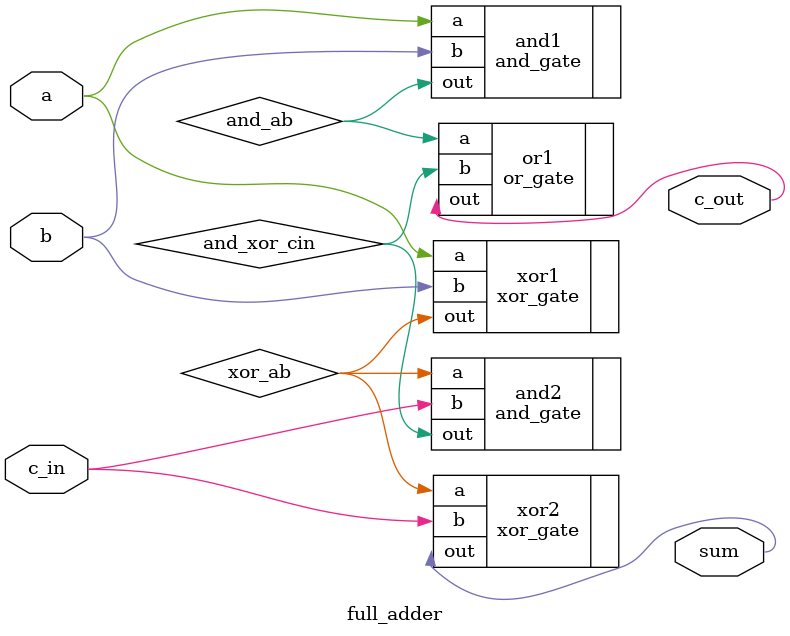
<source format=v>

module csa_32bit (
    input wire [31:0] a,
    input wire [31:0] b,
    input wire [31:0] c,
    output wire [31:0] sum,
    output wire [31:0] carry
);

    genvar i;
    generate
        for (i = 0; i < 32; i = i + 1) begin : csa_bit
            full_adder fa (
                .a(a[i]),
                .b(b[i]),
                .c_in(c[i]),
                .sum(sum[i]),
                .c_out(carry[i])
            );
        end
    endgenerate

endmodule

// Full adder gate-level implementation
module full_adder (
    input wire a,
    input wire b,
    input wire c_in,
    output wire sum,
    output wire c_out
);

    wire xor_ab, and_ab, and_xor_cin;

    // sum = a XOR b XOR c_in
    xor_gate xor1 (.a(a), .b(b), .out(xor_ab));
    xor_gate xor2 (.a(xor_ab), .b(c_in), .out(sum));

    // c_out = (a AND b) OR ((a XOR b) AND c_in)
    and_gate and1 (.a(a), .b(b), .out(and_ab));
    and_gate and2 (.a(xor_ab), .b(c_in), .out(and_xor_cin));
    or_gate or1 (.a(and_ab), .b(and_xor_cin), .out(c_out));

endmodule



</source>
